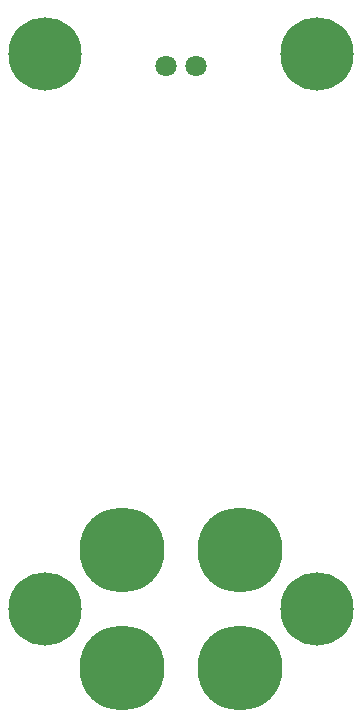
<source format=gbs>
G75*
%MOIN*%
%OFA0B0*%
%FSLAX24Y24*%
%IPPOS*%
%LPD*%
%AMOC8*
5,1,8,0,0,1.08239X$1,22.5*
%
%ADD10C,0.2836*%
%ADD11C,0.0710*%
%ADD12C,0.2442*%
D10*
X004874Y003300D03*
X004874Y007237D03*
X008811Y007237D03*
X008811Y003300D03*
D11*
X007351Y023378D03*
X006351Y023378D03*
D12*
X002315Y005268D03*
X002315Y023772D03*
X011370Y023772D03*
X011370Y005268D03*
M02*

</source>
